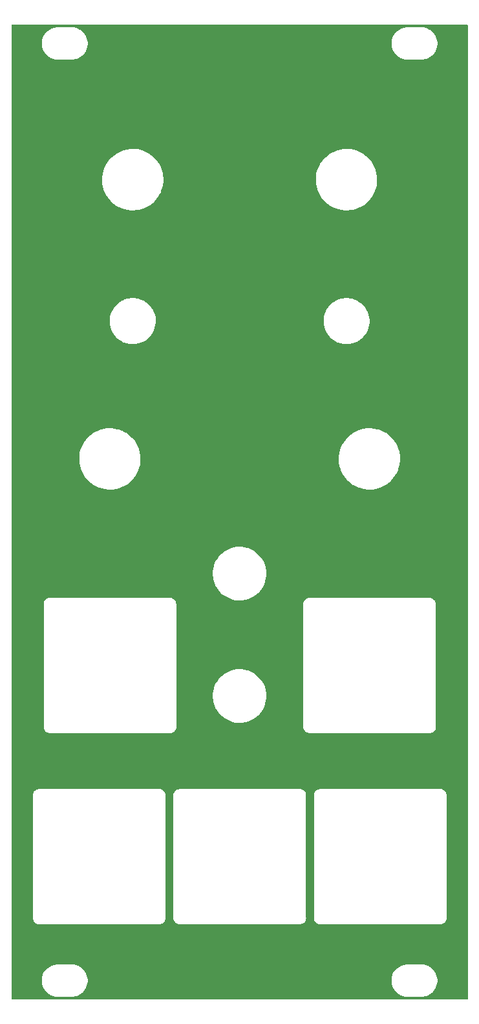
<source format=gbr>
%TF.GenerationSoftware,KiCad,Pcbnew,(6.0.11)*%
%TF.CreationDate,2023-01-29T15:03:23+00:00*%
%TF.ProjectId,Quadraphone_Panel,51756164-7261-4706-986f-6e655f50616e,rev?*%
%TF.SameCoordinates,Original*%
%TF.FileFunction,Copper,L2,Bot*%
%TF.FilePolarity,Positive*%
%FSLAX46Y46*%
G04 Gerber Fmt 4.6, Leading zero omitted, Abs format (unit mm)*
G04 Created by KiCad (PCBNEW (6.0.11)) date 2023-01-29 15:03:23*
%MOMM*%
%LPD*%
G01*
G04 APERTURE LIST*
G04 APERTURE END LIST*
%TA.AperFunction,NonConductor*%
G36*
X109833621Y-37228502D02*
G01*
X109880114Y-37282158D01*
X109891500Y-37334500D01*
X109891500Y-164565500D01*
X109871498Y-164633621D01*
X109817842Y-164680114D01*
X109765500Y-164691500D01*
X50234500Y-164691500D01*
X50166379Y-164671498D01*
X50119886Y-164617842D01*
X50108500Y-164565500D01*
X50108500Y-162332703D01*
X54090743Y-162332703D01*
X54128268Y-162617734D01*
X54204129Y-162895036D01*
X54316923Y-163159476D01*
X54464561Y-163406161D01*
X54644313Y-163630528D01*
X54852851Y-163828423D01*
X55086317Y-163996186D01*
X55090112Y-163998195D01*
X55090113Y-163998196D01*
X55111869Y-164009715D01*
X55340392Y-164130712D01*
X55610373Y-164229511D01*
X55891264Y-164290755D01*
X55919841Y-164293004D01*
X56114282Y-164308307D01*
X56114291Y-164308307D01*
X56116739Y-164308500D01*
X58072271Y-164308500D01*
X58074407Y-164308354D01*
X58074418Y-164308354D01*
X58282548Y-164294165D01*
X58282554Y-164294164D01*
X58286825Y-164293873D01*
X58291020Y-164293004D01*
X58291022Y-164293004D01*
X58427583Y-164264724D01*
X58568342Y-164235574D01*
X58839343Y-164139607D01*
X59094812Y-164007750D01*
X59098313Y-164005289D01*
X59098317Y-164005287D01*
X59212417Y-163925096D01*
X59330023Y-163842441D01*
X59540622Y-163646740D01*
X59722713Y-163424268D01*
X59872927Y-163179142D01*
X59988483Y-162915898D01*
X60067244Y-162639406D01*
X60107751Y-162354784D01*
X60107845Y-162336951D01*
X60107867Y-162332703D01*
X99890743Y-162332703D01*
X99928268Y-162617734D01*
X100004129Y-162895036D01*
X100116923Y-163159476D01*
X100264561Y-163406161D01*
X100444313Y-163630528D01*
X100652851Y-163828423D01*
X100886317Y-163996186D01*
X100890112Y-163998195D01*
X100890113Y-163998196D01*
X100911869Y-164009715D01*
X101140392Y-164130712D01*
X101410373Y-164229511D01*
X101691264Y-164290755D01*
X101719841Y-164293004D01*
X101914282Y-164308307D01*
X101914291Y-164308307D01*
X101916739Y-164308500D01*
X103872271Y-164308500D01*
X103874407Y-164308354D01*
X103874418Y-164308354D01*
X104082548Y-164294165D01*
X104082554Y-164294164D01*
X104086825Y-164293873D01*
X104091020Y-164293004D01*
X104091022Y-164293004D01*
X104227583Y-164264724D01*
X104368342Y-164235574D01*
X104639343Y-164139607D01*
X104894812Y-164007750D01*
X104898313Y-164005289D01*
X104898317Y-164005287D01*
X105012417Y-163925096D01*
X105130023Y-163842441D01*
X105340622Y-163646740D01*
X105522713Y-163424268D01*
X105672927Y-163179142D01*
X105788483Y-162915898D01*
X105867244Y-162639406D01*
X105907751Y-162354784D01*
X105907845Y-162336951D01*
X105909235Y-162071583D01*
X105909235Y-162071576D01*
X105909257Y-162067297D01*
X105871732Y-161782266D01*
X105795871Y-161504964D01*
X105683077Y-161240524D01*
X105535439Y-160993839D01*
X105355687Y-160769472D01*
X105147149Y-160571577D01*
X104913683Y-160403814D01*
X104891843Y-160392250D01*
X104868654Y-160379972D01*
X104659608Y-160269288D01*
X104389627Y-160170489D01*
X104108736Y-160109245D01*
X104077685Y-160106801D01*
X103885718Y-160091693D01*
X103885709Y-160091693D01*
X103883261Y-160091500D01*
X101927729Y-160091500D01*
X101925593Y-160091646D01*
X101925582Y-160091646D01*
X101717452Y-160105835D01*
X101717446Y-160105836D01*
X101713175Y-160106127D01*
X101708980Y-160106996D01*
X101708978Y-160106996D01*
X101572416Y-160135277D01*
X101431658Y-160164426D01*
X101160657Y-160260393D01*
X100905188Y-160392250D01*
X100901687Y-160394711D01*
X100901683Y-160394713D01*
X100891594Y-160401804D01*
X100669977Y-160557559D01*
X100459378Y-160753260D01*
X100277287Y-160975732D01*
X100127073Y-161220858D01*
X100011517Y-161484102D01*
X99932756Y-161760594D01*
X99892249Y-162045216D01*
X99892227Y-162049505D01*
X99892226Y-162049512D01*
X99890765Y-162328417D01*
X99890743Y-162332703D01*
X60107867Y-162332703D01*
X60109235Y-162071583D01*
X60109235Y-162071576D01*
X60109257Y-162067297D01*
X60071732Y-161782266D01*
X59995871Y-161504964D01*
X59883077Y-161240524D01*
X59735439Y-160993839D01*
X59555687Y-160769472D01*
X59347149Y-160571577D01*
X59113683Y-160403814D01*
X59091843Y-160392250D01*
X59068654Y-160379972D01*
X58859608Y-160269288D01*
X58589627Y-160170489D01*
X58308736Y-160109245D01*
X58277685Y-160106801D01*
X58085718Y-160091693D01*
X58085709Y-160091693D01*
X58083261Y-160091500D01*
X56127729Y-160091500D01*
X56125593Y-160091646D01*
X56125582Y-160091646D01*
X55917452Y-160105835D01*
X55917446Y-160105836D01*
X55913175Y-160106127D01*
X55908980Y-160106996D01*
X55908978Y-160106996D01*
X55772416Y-160135277D01*
X55631658Y-160164426D01*
X55360657Y-160260393D01*
X55105188Y-160392250D01*
X55101687Y-160394711D01*
X55101683Y-160394713D01*
X55091594Y-160401804D01*
X54869977Y-160557559D01*
X54659378Y-160753260D01*
X54477287Y-160975732D01*
X54327073Y-161220858D01*
X54211517Y-161484102D01*
X54132756Y-161760594D01*
X54092249Y-162045216D01*
X54092227Y-162049505D01*
X54092226Y-162049512D01*
X54090765Y-162328417D01*
X54090743Y-162332703D01*
X50108500Y-162332703D01*
X50108500Y-137981148D01*
X52926272Y-137981148D01*
X52926454Y-137993699D01*
X52927271Y-137998489D01*
X52929707Y-138012775D01*
X52931500Y-138033956D01*
X52931500Y-153957127D01*
X52929066Y-153981772D01*
X52927037Y-153991946D01*
X52926505Y-154004488D01*
X52927049Y-154009320D01*
X52929618Y-154032156D01*
X52930122Y-154037754D01*
X52938438Y-154160885D01*
X52940036Y-154166826D01*
X52940036Y-154166828D01*
X52943252Y-154178785D01*
X52979136Y-154312219D01*
X53048426Y-154452781D01*
X53052165Y-154457666D01*
X53139932Y-154572339D01*
X53139935Y-154572343D01*
X53143673Y-154577226D01*
X53148290Y-154581294D01*
X53148291Y-154581295D01*
X53181698Y-154610728D01*
X53261256Y-154680824D01*
X53396707Y-154759638D01*
X53544877Y-154810672D01*
X53550981Y-154811510D01*
X53648843Y-154824945D01*
X53657409Y-154826424D01*
X53675181Y-154830127D01*
X53687543Y-154832703D01*
X53692399Y-154832951D01*
X53692400Y-154832951D01*
X53692713Y-154832967D01*
X53700080Y-154833343D01*
X53740231Y-154829174D01*
X53753245Y-154828500D01*
X69407878Y-154828500D01*
X69427477Y-154830723D01*
X69427566Y-154830127D01*
X69432392Y-154830849D01*
X69437127Y-154831937D01*
X69441975Y-154832284D01*
X69441978Y-154832284D01*
X69444787Y-154832485D01*
X69444793Y-154832485D01*
X69449648Y-154832832D01*
X69454495Y-154832428D01*
X69454507Y-154832428D01*
X69468354Y-154831274D01*
X69473222Y-154830963D01*
X69609517Y-154824908D01*
X69609520Y-154824908D01*
X69616039Y-154824618D01*
X69777311Y-154783194D01*
X69831311Y-154756544D01*
X69920769Y-154712395D01*
X69920772Y-154712393D01*
X69926624Y-154709505D01*
X69959219Y-154683921D01*
X69977587Y-154669504D01*
X70057602Y-154606698D01*
X70164651Y-154479163D01*
X70243200Y-154332348D01*
X70289893Y-154172522D01*
X70299088Y-154053672D01*
X70299949Y-154045786D01*
X70303728Y-154019042D01*
X70303551Y-154006490D01*
X70300285Y-153987295D01*
X70298500Y-153966160D01*
X70298500Y-138026104D01*
X70299808Y-138007999D01*
X70303027Y-137985829D01*
X70303707Y-137981148D01*
X71326272Y-137981148D01*
X71326454Y-137993699D01*
X71327271Y-137998489D01*
X71329707Y-138012775D01*
X71331500Y-138033956D01*
X71331500Y-153957127D01*
X71329066Y-153981772D01*
X71327037Y-153991946D01*
X71326505Y-154004488D01*
X71327049Y-154009320D01*
X71329618Y-154032156D01*
X71330122Y-154037754D01*
X71338438Y-154160885D01*
X71340036Y-154166826D01*
X71340036Y-154166828D01*
X71343252Y-154178785D01*
X71379136Y-154312219D01*
X71448426Y-154452781D01*
X71452165Y-154457666D01*
X71539932Y-154572339D01*
X71539935Y-154572343D01*
X71543673Y-154577226D01*
X71548290Y-154581294D01*
X71548291Y-154581295D01*
X71581698Y-154610728D01*
X71661256Y-154680824D01*
X71796707Y-154759638D01*
X71944877Y-154810672D01*
X71950981Y-154811510D01*
X72048843Y-154824945D01*
X72057409Y-154826424D01*
X72075181Y-154830127D01*
X72087543Y-154832703D01*
X72092399Y-154832951D01*
X72092400Y-154832951D01*
X72092713Y-154832967D01*
X72100080Y-154833343D01*
X72140231Y-154829174D01*
X72153245Y-154828500D01*
X87807878Y-154828500D01*
X87827477Y-154830723D01*
X87827566Y-154830127D01*
X87832392Y-154830849D01*
X87837127Y-154831937D01*
X87841975Y-154832284D01*
X87841978Y-154832284D01*
X87844787Y-154832485D01*
X87844793Y-154832485D01*
X87849648Y-154832832D01*
X87854495Y-154832428D01*
X87854507Y-154832428D01*
X87868354Y-154831274D01*
X87873222Y-154830963D01*
X88009517Y-154824908D01*
X88009520Y-154824908D01*
X88016039Y-154824618D01*
X88177311Y-154783194D01*
X88231311Y-154756544D01*
X88320769Y-154712395D01*
X88320772Y-154712393D01*
X88326624Y-154709505D01*
X88359219Y-154683921D01*
X88377587Y-154669504D01*
X88457602Y-154606698D01*
X88564651Y-154479163D01*
X88643200Y-154332348D01*
X88689893Y-154172522D01*
X88699088Y-154053672D01*
X88699949Y-154045786D01*
X88703728Y-154019042D01*
X88703551Y-154006490D01*
X88700285Y-153987295D01*
X88698500Y-153966160D01*
X88698500Y-138026104D01*
X88699808Y-138007999D01*
X88703027Y-137985829D01*
X88703707Y-137981148D01*
X89726272Y-137981148D01*
X89726454Y-137993699D01*
X89727271Y-137998489D01*
X89729707Y-138012775D01*
X89731500Y-138033956D01*
X89731500Y-153957127D01*
X89729066Y-153981772D01*
X89727037Y-153991946D01*
X89726505Y-154004488D01*
X89727049Y-154009320D01*
X89729618Y-154032156D01*
X89730122Y-154037754D01*
X89738438Y-154160885D01*
X89740036Y-154166826D01*
X89740036Y-154166828D01*
X89743252Y-154178785D01*
X89779136Y-154312219D01*
X89848426Y-154452781D01*
X89852165Y-154457666D01*
X89939932Y-154572339D01*
X89939935Y-154572343D01*
X89943673Y-154577226D01*
X89948290Y-154581294D01*
X89948291Y-154581295D01*
X89981698Y-154610728D01*
X90061256Y-154680824D01*
X90196707Y-154759638D01*
X90344877Y-154810672D01*
X90350981Y-154811510D01*
X90448843Y-154824945D01*
X90457409Y-154826424D01*
X90475181Y-154830127D01*
X90487543Y-154832703D01*
X90492399Y-154832951D01*
X90492400Y-154832951D01*
X90492713Y-154832967D01*
X90500080Y-154833343D01*
X90540231Y-154829174D01*
X90553245Y-154828500D01*
X106207878Y-154828500D01*
X106227477Y-154830723D01*
X106227566Y-154830127D01*
X106232392Y-154830849D01*
X106237127Y-154831937D01*
X106241975Y-154832284D01*
X106241978Y-154832284D01*
X106244787Y-154832485D01*
X106244793Y-154832485D01*
X106249648Y-154832832D01*
X106254495Y-154832428D01*
X106254507Y-154832428D01*
X106268354Y-154831274D01*
X106273222Y-154830963D01*
X106409517Y-154824908D01*
X106409520Y-154824908D01*
X106416039Y-154824618D01*
X106577311Y-154783194D01*
X106631311Y-154756544D01*
X106720769Y-154712395D01*
X106720772Y-154712393D01*
X106726624Y-154709505D01*
X106759219Y-154683921D01*
X106777587Y-154669504D01*
X106857602Y-154606698D01*
X106964651Y-154479163D01*
X107043200Y-154332348D01*
X107089893Y-154172522D01*
X107099088Y-154053672D01*
X107099949Y-154045786D01*
X107103728Y-154019042D01*
X107103551Y-154006490D01*
X107100285Y-153987295D01*
X107098500Y-153966160D01*
X107098500Y-138026104D01*
X107099808Y-138007999D01*
X107103027Y-137985829D01*
X107103728Y-137981001D01*
X107103599Y-137968449D01*
X107099523Y-137943930D01*
X107098725Y-137938359D01*
X107084022Y-137816325D01*
X107084021Y-137816321D01*
X107083287Y-137810228D01*
X107060266Y-137739518D01*
X107035845Y-137664509D01*
X107035844Y-137664506D01*
X107033942Y-137658665D01*
X107030944Y-137653300D01*
X106959184Y-137524885D01*
X106959181Y-137524880D01*
X106956187Y-137519523D01*
X106852963Y-137398069D01*
X106728178Y-137298898D01*
X106722724Y-137296081D01*
X106722720Y-137296079D01*
X106592006Y-137228579D01*
X106592007Y-137228579D01*
X106586553Y-137225763D01*
X106433448Y-137181432D01*
X106325051Y-137171979D01*
X106316391Y-137170920D01*
X106287197Y-137166321D01*
X106282335Y-137166312D01*
X106282329Y-137166312D01*
X106280927Y-137166310D01*
X106274644Y-137166299D01*
X106269837Y-137167039D01*
X106269832Y-137167039D01*
X106250370Y-137170034D01*
X106231208Y-137171500D01*
X90559800Y-137171500D01*
X90544183Y-137170528D01*
X90515595Y-137166957D01*
X90515592Y-137166957D01*
X90510766Y-137166354D01*
X90498219Y-137166733D01*
X90483280Y-137169524D01*
X90472494Y-137171538D01*
X90466891Y-137172454D01*
X90442243Y-137175917D01*
X90343586Y-137189780D01*
X90337798Y-137191788D01*
X90337795Y-137191789D01*
X90269798Y-137215383D01*
X90196010Y-137240986D01*
X90061104Y-137319734D01*
X89943949Y-137423058D01*
X89940228Y-137427916D01*
X89940225Y-137427919D01*
X89852688Y-137542196D01*
X89852685Y-137542201D01*
X89848959Y-137547065D01*
X89779711Y-137687085D01*
X89738813Y-137837844D01*
X89731627Y-137939570D01*
X89729944Y-137939451D01*
X89730146Y-137941301D01*
X89731498Y-137941397D01*
X89731426Y-137942413D01*
X89730855Y-137947806D01*
X89730906Y-137948268D01*
X89730653Y-137950062D01*
X89730606Y-137950167D01*
X89730508Y-137951089D01*
X89726272Y-137981148D01*
X88703707Y-137981148D01*
X88703728Y-137981001D01*
X88703599Y-137968449D01*
X88699523Y-137943930D01*
X88698725Y-137938359D01*
X88684022Y-137816325D01*
X88684021Y-137816321D01*
X88683287Y-137810228D01*
X88660266Y-137739518D01*
X88635845Y-137664509D01*
X88635844Y-137664506D01*
X88633942Y-137658665D01*
X88630944Y-137653300D01*
X88559184Y-137524885D01*
X88559181Y-137524880D01*
X88556187Y-137519523D01*
X88452963Y-137398069D01*
X88328178Y-137298898D01*
X88322724Y-137296081D01*
X88322720Y-137296079D01*
X88192006Y-137228579D01*
X88192007Y-137228579D01*
X88186553Y-137225763D01*
X88033448Y-137181432D01*
X87925051Y-137171979D01*
X87916391Y-137170920D01*
X87887197Y-137166321D01*
X87882335Y-137166312D01*
X87882329Y-137166312D01*
X87880927Y-137166310D01*
X87874644Y-137166299D01*
X87869837Y-137167039D01*
X87869832Y-137167039D01*
X87850370Y-137170034D01*
X87831208Y-137171500D01*
X72159800Y-137171500D01*
X72144183Y-137170528D01*
X72115595Y-137166957D01*
X72115592Y-137166957D01*
X72110766Y-137166354D01*
X72098219Y-137166733D01*
X72083280Y-137169524D01*
X72072494Y-137171538D01*
X72066891Y-137172454D01*
X72042243Y-137175917D01*
X71943586Y-137189780D01*
X71937798Y-137191788D01*
X71937795Y-137191789D01*
X71869798Y-137215383D01*
X71796010Y-137240986D01*
X71661104Y-137319734D01*
X71543949Y-137423058D01*
X71540228Y-137427916D01*
X71540225Y-137427919D01*
X71452688Y-137542196D01*
X71452685Y-137542201D01*
X71448959Y-137547065D01*
X71379711Y-137687085D01*
X71338813Y-137837844D01*
X71331627Y-137939570D01*
X71329944Y-137939451D01*
X71330146Y-137941301D01*
X71331498Y-137941397D01*
X71331426Y-137942413D01*
X71330855Y-137947806D01*
X71330906Y-137948268D01*
X71330653Y-137950062D01*
X71330606Y-137950167D01*
X71330508Y-137951089D01*
X71326272Y-137981148D01*
X70303707Y-137981148D01*
X70303728Y-137981001D01*
X70303599Y-137968449D01*
X70299523Y-137943930D01*
X70298725Y-137938359D01*
X70284022Y-137816325D01*
X70284021Y-137816321D01*
X70283287Y-137810228D01*
X70260266Y-137739518D01*
X70235845Y-137664509D01*
X70235844Y-137664506D01*
X70233942Y-137658665D01*
X70230944Y-137653300D01*
X70159184Y-137524885D01*
X70159181Y-137524880D01*
X70156187Y-137519523D01*
X70052963Y-137398069D01*
X69928178Y-137298898D01*
X69922724Y-137296081D01*
X69922720Y-137296079D01*
X69792006Y-137228579D01*
X69792007Y-137228579D01*
X69786553Y-137225763D01*
X69633448Y-137181432D01*
X69525051Y-137171979D01*
X69516391Y-137170920D01*
X69487197Y-137166321D01*
X69482335Y-137166312D01*
X69482329Y-137166312D01*
X69480927Y-137166310D01*
X69474644Y-137166299D01*
X69469837Y-137167039D01*
X69469832Y-137167039D01*
X69450370Y-137170034D01*
X69431208Y-137171500D01*
X53759800Y-137171500D01*
X53744183Y-137170528D01*
X53715595Y-137166957D01*
X53715592Y-137166957D01*
X53710766Y-137166354D01*
X53698219Y-137166733D01*
X53683280Y-137169524D01*
X53672494Y-137171538D01*
X53666891Y-137172454D01*
X53642243Y-137175917D01*
X53543586Y-137189780D01*
X53537798Y-137191788D01*
X53537795Y-137191789D01*
X53469798Y-137215383D01*
X53396010Y-137240986D01*
X53261104Y-137319734D01*
X53143949Y-137423058D01*
X53140228Y-137427916D01*
X53140225Y-137427919D01*
X53052688Y-137542196D01*
X53052685Y-137542201D01*
X53048959Y-137547065D01*
X52979711Y-137687085D01*
X52938813Y-137837844D01*
X52931627Y-137939570D01*
X52929944Y-137939451D01*
X52930146Y-137941301D01*
X52931498Y-137941397D01*
X52931426Y-137942413D01*
X52930855Y-137947806D01*
X52930906Y-137948268D01*
X52930653Y-137950062D01*
X52930606Y-137950167D01*
X52930508Y-137951089D01*
X52926272Y-137981148D01*
X50108500Y-137981148D01*
X50108500Y-112981148D01*
X54326272Y-112981148D01*
X54326454Y-112993699D01*
X54327271Y-112998489D01*
X54329707Y-113012775D01*
X54331500Y-113033956D01*
X54331500Y-128957127D01*
X54329066Y-128981772D01*
X54327037Y-128991946D01*
X54326505Y-129004488D01*
X54327049Y-129009320D01*
X54329618Y-129032156D01*
X54330122Y-129037754D01*
X54338438Y-129160885D01*
X54340036Y-129166826D01*
X54340036Y-129166828D01*
X54343252Y-129178785D01*
X54379136Y-129312219D01*
X54448426Y-129452781D01*
X54452165Y-129457666D01*
X54539932Y-129572339D01*
X54539935Y-129572343D01*
X54543673Y-129577226D01*
X54548290Y-129581294D01*
X54548291Y-129581295D01*
X54581698Y-129610728D01*
X54661256Y-129680824D01*
X54796707Y-129759638D01*
X54944877Y-129810672D01*
X54950981Y-129811510D01*
X55048843Y-129824945D01*
X55057409Y-129826424D01*
X55075181Y-129830127D01*
X55087543Y-129832703D01*
X55092399Y-129832951D01*
X55092400Y-129832951D01*
X55092713Y-129832967D01*
X55100080Y-129833343D01*
X55140231Y-129829174D01*
X55153245Y-129828500D01*
X70807878Y-129828500D01*
X70827477Y-129830723D01*
X70827566Y-129830127D01*
X70832392Y-129830849D01*
X70837127Y-129831937D01*
X70841975Y-129832284D01*
X70841978Y-129832284D01*
X70844787Y-129832485D01*
X70844793Y-129832485D01*
X70849648Y-129832832D01*
X70854495Y-129832428D01*
X70854507Y-129832428D01*
X70868354Y-129831274D01*
X70873222Y-129830963D01*
X71009517Y-129824908D01*
X71009520Y-129824908D01*
X71016039Y-129824618D01*
X71177311Y-129783194D01*
X71231311Y-129756544D01*
X71320769Y-129712395D01*
X71320772Y-129712393D01*
X71326624Y-129709505D01*
X71359219Y-129683921D01*
X71377587Y-129669504D01*
X71457602Y-129606698D01*
X71564651Y-129479163D01*
X71643200Y-129332348D01*
X71689893Y-129172522D01*
X71699088Y-129053672D01*
X71699949Y-129045786D01*
X71703728Y-129019042D01*
X71703551Y-129006490D01*
X71700285Y-128987295D01*
X71698500Y-128966160D01*
X71698500Y-125091972D01*
X76487724Y-125091972D01*
X76487990Y-125095313D01*
X76487990Y-125095318D01*
X76502829Y-125281777D01*
X76517384Y-125464680D01*
X76518004Y-125467975D01*
X76518004Y-125467978D01*
X76553286Y-125655596D01*
X76586482Y-125832126D01*
X76694234Y-126190149D01*
X76839422Y-126534694D01*
X77020400Y-126861861D01*
X77022321Y-126864599D01*
X77022327Y-126864609D01*
X77233197Y-127165202D01*
X77235120Y-127167943D01*
X77481149Y-127449476D01*
X77755702Y-127703270D01*
X78055670Y-127926452D01*
X78058557Y-127928156D01*
X78374764Y-128114789D01*
X78374769Y-128114792D01*
X78377655Y-128116495D01*
X78718013Y-128271246D01*
X78899521Y-128331450D01*
X79069696Y-128387895D01*
X79069703Y-128387897D01*
X79072887Y-128388953D01*
X79076172Y-128389666D01*
X79076171Y-128389666D01*
X79434981Y-128467572D01*
X79434984Y-128467572D01*
X79438261Y-128468284D01*
X79633587Y-128489331D01*
X79807477Y-128508068D01*
X79807485Y-128508069D01*
X79809995Y-128508339D01*
X79812515Y-128508407D01*
X79812527Y-128508408D01*
X79814515Y-128508461D01*
X79815945Y-128508500D01*
X80093461Y-128508500D01*
X80095127Y-128508411D01*
X80095136Y-128508411D01*
X80370022Y-128493764D01*
X80370028Y-128493763D01*
X80373357Y-128493586D01*
X80376649Y-128493056D01*
X80376656Y-128493055D01*
X80739170Y-128434665D01*
X80739171Y-128434665D01*
X80742485Y-128434131D01*
X80745725Y-128433248D01*
X80745728Y-128433247D01*
X81099960Y-128336672D01*
X81099961Y-128336672D01*
X81103206Y-128335787D01*
X81451434Y-128199669D01*
X81783226Y-128027317D01*
X82094824Y-127820683D01*
X82382700Y-127582108D01*
X82643595Y-127314292D01*
X82756574Y-127170464D01*
X82872481Y-127022907D01*
X82872482Y-127022905D01*
X82874553Y-127020269D01*
X83072959Y-126703369D01*
X83236566Y-126367179D01*
X83363523Y-126015507D01*
X83452390Y-125652336D01*
X83502163Y-125281777D01*
X83512276Y-124908028D01*
X83512010Y-124904682D01*
X83482883Y-124538669D01*
X83482882Y-124538660D01*
X83482616Y-124535320D01*
X83447952Y-124350984D01*
X83414136Y-124171158D01*
X83414134Y-124171150D01*
X83413518Y-124167874D01*
X83305766Y-123809851D01*
X83160578Y-123465306D01*
X82979600Y-123138139D01*
X82977679Y-123135401D01*
X82977673Y-123135391D01*
X82766803Y-122834798D01*
X82766802Y-122834796D01*
X82764880Y-122832057D01*
X82518851Y-122550524D01*
X82244298Y-122296730D01*
X81944330Y-122073548D01*
X81770823Y-121971140D01*
X81625236Y-121885211D01*
X81625231Y-121885208D01*
X81622345Y-121883505D01*
X81281987Y-121728754D01*
X81084735Y-121663328D01*
X80930304Y-121612105D01*
X80930297Y-121612103D01*
X80927113Y-121611047D01*
X80716578Y-121565335D01*
X80565019Y-121532428D01*
X80565016Y-121532428D01*
X80561739Y-121531716D01*
X80325270Y-121506236D01*
X80192523Y-121491932D01*
X80192515Y-121491931D01*
X80190005Y-121491661D01*
X80187485Y-121491593D01*
X80187473Y-121491592D01*
X80185485Y-121491539D01*
X80184055Y-121491500D01*
X79906539Y-121491500D01*
X79904873Y-121491589D01*
X79904864Y-121491589D01*
X79629978Y-121506236D01*
X79629972Y-121506237D01*
X79626643Y-121506414D01*
X79623351Y-121506944D01*
X79623344Y-121506945D01*
X79260830Y-121565335D01*
X79257515Y-121565869D01*
X79254275Y-121566752D01*
X79254272Y-121566753D01*
X78900040Y-121663328D01*
X78896794Y-121664213D01*
X78548566Y-121800331D01*
X78216774Y-121972683D01*
X77905176Y-122179317D01*
X77617300Y-122417892D01*
X77356405Y-122685708D01*
X77354338Y-122688340D01*
X77354334Y-122688344D01*
X77241446Y-122832057D01*
X77125447Y-122979731D01*
X76927041Y-123296631D01*
X76763434Y-123632821D01*
X76636477Y-123984493D01*
X76547610Y-124347664D01*
X76497837Y-124718223D01*
X76487724Y-125091972D01*
X71698500Y-125091972D01*
X71698500Y-113026104D01*
X71699808Y-113007999D01*
X71703027Y-112985829D01*
X71703707Y-112981148D01*
X88326272Y-112981148D01*
X88326454Y-112993699D01*
X88327271Y-112998489D01*
X88329707Y-113012775D01*
X88331500Y-113033956D01*
X88331500Y-128957127D01*
X88329066Y-128981772D01*
X88327037Y-128991946D01*
X88326505Y-129004488D01*
X88327049Y-129009320D01*
X88329618Y-129032156D01*
X88330122Y-129037754D01*
X88338438Y-129160885D01*
X88340036Y-129166826D01*
X88340036Y-129166828D01*
X88343252Y-129178785D01*
X88379136Y-129312219D01*
X88448426Y-129452781D01*
X88452165Y-129457666D01*
X88539932Y-129572339D01*
X88539935Y-129572343D01*
X88543673Y-129577226D01*
X88548290Y-129581294D01*
X88548291Y-129581295D01*
X88581698Y-129610728D01*
X88661256Y-129680824D01*
X88796707Y-129759638D01*
X88944877Y-129810672D01*
X88950981Y-129811510D01*
X89048843Y-129824945D01*
X89057409Y-129826424D01*
X89075181Y-129830127D01*
X89087543Y-129832703D01*
X89092399Y-129832951D01*
X89092400Y-129832951D01*
X89092713Y-129832967D01*
X89100080Y-129833343D01*
X89140231Y-129829174D01*
X89153245Y-129828500D01*
X104807878Y-129828500D01*
X104827477Y-129830723D01*
X104827566Y-129830127D01*
X104832392Y-129830849D01*
X104837127Y-129831937D01*
X104841975Y-129832284D01*
X104841978Y-129832284D01*
X104844787Y-129832485D01*
X104844793Y-129832485D01*
X104849648Y-129832832D01*
X104854495Y-129832428D01*
X104854507Y-129832428D01*
X104868354Y-129831274D01*
X104873222Y-129830963D01*
X105009517Y-129824908D01*
X105009520Y-129824908D01*
X105016039Y-129824618D01*
X105177311Y-129783194D01*
X105231311Y-129756544D01*
X105320769Y-129712395D01*
X105320772Y-129712393D01*
X105326624Y-129709505D01*
X105359219Y-129683921D01*
X105377587Y-129669504D01*
X105457602Y-129606698D01*
X105564651Y-129479163D01*
X105643200Y-129332348D01*
X105689893Y-129172522D01*
X105699088Y-129053672D01*
X105699949Y-129045786D01*
X105703728Y-129019042D01*
X105703551Y-129006490D01*
X105700285Y-128987295D01*
X105698500Y-128966160D01*
X105698500Y-113026104D01*
X105699808Y-113007999D01*
X105703027Y-112985829D01*
X105703728Y-112981001D01*
X105703599Y-112968449D01*
X105699523Y-112943930D01*
X105698725Y-112938359D01*
X105684022Y-112816325D01*
X105684021Y-112816321D01*
X105683287Y-112810228D01*
X105660266Y-112739518D01*
X105635845Y-112664509D01*
X105635844Y-112664506D01*
X105633942Y-112658665D01*
X105630944Y-112653300D01*
X105559184Y-112524885D01*
X105559181Y-112524880D01*
X105556187Y-112519523D01*
X105546799Y-112508476D01*
X105456944Y-112402753D01*
X105452963Y-112398069D01*
X105440161Y-112387895D01*
X105332990Y-112302722D01*
X105332988Y-112302721D01*
X105328178Y-112298898D01*
X105322724Y-112296081D01*
X105322720Y-112296079D01*
X105192006Y-112228579D01*
X105192007Y-112228579D01*
X105186553Y-112225763D01*
X105033448Y-112181432D01*
X104925051Y-112171979D01*
X104916391Y-112170920D01*
X104887197Y-112166321D01*
X104882335Y-112166312D01*
X104882329Y-112166312D01*
X104880927Y-112166310D01*
X104874644Y-112166299D01*
X104869837Y-112167039D01*
X104869832Y-112167039D01*
X104850370Y-112170034D01*
X104831208Y-112171500D01*
X89159800Y-112171500D01*
X89144183Y-112170528D01*
X89115595Y-112166957D01*
X89115592Y-112166957D01*
X89110766Y-112166354D01*
X89098219Y-112166733D01*
X89083280Y-112169524D01*
X89072494Y-112171538D01*
X89066891Y-112172454D01*
X89042243Y-112175917D01*
X88943586Y-112189780D01*
X88937798Y-112191788D01*
X88937795Y-112191789D01*
X88911558Y-112200893D01*
X88796010Y-112240986D01*
X88790719Y-112244075D01*
X88790718Y-112244075D01*
X88744171Y-112271246D01*
X88661104Y-112319734D01*
X88543949Y-112423058D01*
X88540228Y-112427916D01*
X88540225Y-112427919D01*
X88452688Y-112542196D01*
X88452685Y-112542201D01*
X88448959Y-112547065D01*
X88379711Y-112687085D01*
X88338813Y-112837844D01*
X88331627Y-112939570D01*
X88329944Y-112939451D01*
X88330146Y-112941301D01*
X88331498Y-112941397D01*
X88331426Y-112942413D01*
X88330855Y-112947806D01*
X88330906Y-112948268D01*
X88330653Y-112950062D01*
X88330606Y-112950167D01*
X88330508Y-112951089D01*
X88326272Y-112981148D01*
X71703707Y-112981148D01*
X71703728Y-112981001D01*
X71703599Y-112968449D01*
X71699523Y-112943930D01*
X71698725Y-112938359D01*
X71684022Y-112816325D01*
X71684021Y-112816321D01*
X71683287Y-112810228D01*
X71660266Y-112739518D01*
X71635845Y-112664509D01*
X71635844Y-112664506D01*
X71633942Y-112658665D01*
X71630944Y-112653300D01*
X71559184Y-112524885D01*
X71559181Y-112524880D01*
X71556187Y-112519523D01*
X71546799Y-112508476D01*
X71456944Y-112402753D01*
X71452963Y-112398069D01*
X71440161Y-112387895D01*
X71332990Y-112302722D01*
X71332988Y-112302721D01*
X71328178Y-112298898D01*
X71322724Y-112296081D01*
X71322720Y-112296079D01*
X71192006Y-112228579D01*
X71192007Y-112228579D01*
X71186553Y-112225763D01*
X71033448Y-112181432D01*
X70925051Y-112171979D01*
X70916391Y-112170920D01*
X70887197Y-112166321D01*
X70882335Y-112166312D01*
X70882329Y-112166312D01*
X70880927Y-112166310D01*
X70874644Y-112166299D01*
X70869837Y-112167039D01*
X70869832Y-112167039D01*
X70850370Y-112170034D01*
X70831208Y-112171500D01*
X55159800Y-112171500D01*
X55144183Y-112170528D01*
X55115595Y-112166957D01*
X55115592Y-112166957D01*
X55110766Y-112166354D01*
X55098219Y-112166733D01*
X55083280Y-112169524D01*
X55072494Y-112171538D01*
X55066891Y-112172454D01*
X55042243Y-112175917D01*
X54943586Y-112189780D01*
X54937798Y-112191788D01*
X54937795Y-112191789D01*
X54911558Y-112200893D01*
X54796010Y-112240986D01*
X54790719Y-112244075D01*
X54790718Y-112244075D01*
X54744171Y-112271246D01*
X54661104Y-112319734D01*
X54543949Y-112423058D01*
X54540228Y-112427916D01*
X54540225Y-112427919D01*
X54452688Y-112542196D01*
X54452685Y-112542201D01*
X54448959Y-112547065D01*
X54379711Y-112687085D01*
X54338813Y-112837844D01*
X54331627Y-112939570D01*
X54329944Y-112939451D01*
X54330146Y-112941301D01*
X54331498Y-112941397D01*
X54331426Y-112942413D01*
X54330855Y-112947806D01*
X54330906Y-112948268D01*
X54330653Y-112950062D01*
X54330606Y-112950167D01*
X54330508Y-112951089D01*
X54326272Y-112981148D01*
X50108500Y-112981148D01*
X50108500Y-109091972D01*
X76487724Y-109091972D01*
X76487990Y-109095313D01*
X76487990Y-109095318D01*
X76502829Y-109281777D01*
X76517384Y-109464680D01*
X76518004Y-109467975D01*
X76518004Y-109467978D01*
X76553286Y-109655596D01*
X76586482Y-109832126D01*
X76694234Y-110190149D01*
X76839422Y-110534694D01*
X77020400Y-110861861D01*
X77022321Y-110864599D01*
X77022327Y-110864609D01*
X77233197Y-111165202D01*
X77235120Y-111167943D01*
X77481149Y-111449476D01*
X77755702Y-111703270D01*
X78055670Y-111926452D01*
X78058557Y-111928156D01*
X78374764Y-112114789D01*
X78374769Y-112114792D01*
X78377655Y-112116495D01*
X78718013Y-112271246D01*
X78899521Y-112331450D01*
X79069696Y-112387895D01*
X79069703Y-112387897D01*
X79072887Y-112388953D01*
X79133705Y-112402158D01*
X79434981Y-112467572D01*
X79434984Y-112467572D01*
X79438261Y-112468284D01*
X79633587Y-112489331D01*
X79807477Y-112508068D01*
X79807485Y-112508069D01*
X79809995Y-112508339D01*
X79812515Y-112508407D01*
X79812527Y-112508408D01*
X79814515Y-112508461D01*
X79815945Y-112508500D01*
X80093461Y-112508500D01*
X80095127Y-112508411D01*
X80095136Y-112508411D01*
X80370022Y-112493764D01*
X80370028Y-112493763D01*
X80373357Y-112493586D01*
X80376649Y-112493056D01*
X80376656Y-112493055D01*
X80739170Y-112434665D01*
X80739171Y-112434665D01*
X80742485Y-112434131D01*
X80745725Y-112433248D01*
X80745728Y-112433247D01*
X81099960Y-112336672D01*
X81099961Y-112336672D01*
X81103206Y-112335787D01*
X81451434Y-112199669D01*
X81503825Y-112172454D01*
X81780256Y-112028860D01*
X81780259Y-112028858D01*
X81783226Y-112027317D01*
X82094824Y-111820683D01*
X82382700Y-111582108D01*
X82643595Y-111314292D01*
X82756574Y-111170464D01*
X82872481Y-111022907D01*
X82872482Y-111022905D01*
X82874553Y-111020269D01*
X83072959Y-110703369D01*
X83236566Y-110367179D01*
X83363523Y-110015507D01*
X83452390Y-109652336D01*
X83502163Y-109281777D01*
X83512276Y-108908028D01*
X83512010Y-108904682D01*
X83482883Y-108538669D01*
X83482882Y-108538660D01*
X83482616Y-108535320D01*
X83447952Y-108350984D01*
X83414136Y-108171158D01*
X83414134Y-108171150D01*
X83413518Y-108167874D01*
X83305766Y-107809851D01*
X83160578Y-107465306D01*
X82979600Y-107138139D01*
X82977679Y-107135401D01*
X82977673Y-107135391D01*
X82766803Y-106834798D01*
X82766802Y-106834796D01*
X82764880Y-106832057D01*
X82518851Y-106550524D01*
X82244298Y-106296730D01*
X81944330Y-106073548D01*
X81770823Y-105971140D01*
X81625236Y-105885211D01*
X81625231Y-105885208D01*
X81622345Y-105883505D01*
X81281987Y-105728754D01*
X81084735Y-105663328D01*
X80930304Y-105612105D01*
X80930297Y-105612103D01*
X80927113Y-105611047D01*
X80716578Y-105565335D01*
X80565019Y-105532428D01*
X80565016Y-105532428D01*
X80561739Y-105531716D01*
X80325270Y-105506236D01*
X80192523Y-105491932D01*
X80192515Y-105491931D01*
X80190005Y-105491661D01*
X80187485Y-105491593D01*
X80187473Y-105491592D01*
X80185485Y-105491539D01*
X80184055Y-105491500D01*
X79906539Y-105491500D01*
X79904873Y-105491589D01*
X79904864Y-105491589D01*
X79629978Y-105506236D01*
X79629972Y-105506237D01*
X79626643Y-105506414D01*
X79623351Y-105506944D01*
X79623344Y-105506945D01*
X79260830Y-105565335D01*
X79257515Y-105565869D01*
X79254275Y-105566752D01*
X79254272Y-105566753D01*
X78900040Y-105663328D01*
X78896794Y-105664213D01*
X78548566Y-105800331D01*
X78216774Y-105972683D01*
X77905176Y-106179317D01*
X77617300Y-106417892D01*
X77356405Y-106685708D01*
X77354338Y-106688340D01*
X77354334Y-106688344D01*
X77241446Y-106832057D01*
X77125447Y-106979731D01*
X76927041Y-107296631D01*
X76763434Y-107632821D01*
X76636477Y-107984493D01*
X76547610Y-108347664D01*
X76497837Y-108718223D01*
X76487724Y-109091972D01*
X50108500Y-109091972D01*
X50108500Y-94084052D01*
X58987391Y-94084052D01*
X58987612Y-94087171D01*
X58987612Y-94087178D01*
X59003735Y-94314895D01*
X59015579Y-94482168D01*
X59083169Y-94875515D01*
X59189491Y-95260205D01*
X59190614Y-95263107D01*
X59190617Y-95263117D01*
X59272390Y-95474487D01*
X59333495Y-95632433D01*
X59513757Y-95988518D01*
X59515436Y-95991148D01*
X59515442Y-95991159D01*
X59641363Y-96188434D01*
X59728494Y-96324939D01*
X59730423Y-96327386D01*
X59730428Y-96327393D01*
X59875769Y-96511756D01*
X59975582Y-96638368D01*
X59977757Y-96640624D01*
X59977762Y-96640630D01*
X60102283Y-96769800D01*
X60252578Y-96925708D01*
X60254971Y-96927741D01*
X60554348Y-97182081D01*
X60554357Y-97182088D01*
X60556743Y-97184115D01*
X60559323Y-97185898D01*
X60882497Y-97409258D01*
X60882506Y-97409263D01*
X60885069Y-97411035D01*
X60887804Y-97412548D01*
X60887809Y-97412551D01*
X61054018Y-97504492D01*
X61234309Y-97604224D01*
X61237178Y-97605457D01*
X61237189Y-97605462D01*
X61598142Y-97760539D01*
X61601010Y-97761771D01*
X61603987Y-97762712D01*
X61603991Y-97762714D01*
X61734707Y-97804054D01*
X61981545Y-97882118D01*
X62372152Y-97964076D01*
X62375269Y-97964412D01*
X62375270Y-97964412D01*
X62766516Y-98006570D01*
X62766519Y-98006570D01*
X62768967Y-98006834D01*
X62771430Y-98006905D01*
X62771431Y-98006905D01*
X62774681Y-98006999D01*
X62826803Y-98008500D01*
X63100217Y-98008500D01*
X63101780Y-98008422D01*
X63101788Y-98008422D01*
X63199009Y-98003582D01*
X63398619Y-97993645D01*
X63401704Y-97993181D01*
X63401706Y-97993181D01*
X63790203Y-97934773D01*
X63793296Y-97934308D01*
X63796332Y-97933537D01*
X64177085Y-97836838D01*
X64177088Y-97836837D01*
X64180128Y-97836065D01*
X64183076Y-97834995D01*
X64552352Y-97700955D01*
X64552362Y-97700951D01*
X64555290Y-97699888D01*
X64915071Y-97527123D01*
X65255915Y-97319479D01*
X65432862Y-97185898D01*
X65571957Y-97080892D01*
X65571960Y-97080890D01*
X65574451Y-97079009D01*
X65576733Y-97076899D01*
X65576742Y-97076892D01*
X65865231Y-96810214D01*
X65867528Y-96808091D01*
X66132249Y-96509405D01*
X66365995Y-96185903D01*
X66566455Y-95840785D01*
X66661188Y-95632433D01*
X66730349Y-95480321D01*
X66731648Y-95477464D01*
X66806420Y-95257194D01*
X66858931Y-95102499D01*
X66858932Y-95102496D01*
X66859938Y-95099532D01*
X66860642Y-95096494D01*
X66860645Y-95096484D01*
X66949353Y-94713770D01*
X66949353Y-94713768D01*
X66950058Y-94710728D01*
X67001117Y-94314895D01*
X67007767Y-94084052D01*
X92987391Y-94084052D01*
X92987612Y-94087171D01*
X92987612Y-94087178D01*
X93003735Y-94314895D01*
X93015579Y-94482168D01*
X93083169Y-94875515D01*
X93189491Y-95260205D01*
X93190614Y-95263107D01*
X93190617Y-95263117D01*
X93272390Y-95474487D01*
X93333495Y-95632433D01*
X93513757Y-95988518D01*
X93515436Y-95991148D01*
X93515442Y-95991159D01*
X93641363Y-96188434D01*
X93728494Y-96324939D01*
X93730423Y-96327386D01*
X93730428Y-96327393D01*
X93875769Y-96511756D01*
X93975582Y-96638368D01*
X93977757Y-96640624D01*
X93977762Y-96640630D01*
X94102283Y-96769800D01*
X94252578Y-96925708D01*
X94254971Y-96927741D01*
X94554348Y-97182081D01*
X94554357Y-97182088D01*
X94556743Y-97184115D01*
X94559323Y-97185898D01*
X94882497Y-97409258D01*
X94882506Y-97409263D01*
X94885069Y-97411035D01*
X94887804Y-97412548D01*
X94887809Y-97412551D01*
X95054018Y-97504492D01*
X95234309Y-97604224D01*
X95237178Y-97605457D01*
X95237189Y-97605462D01*
X95598142Y-97760539D01*
X95601010Y-97761771D01*
X95603987Y-97762712D01*
X95603991Y-97762714D01*
X95734707Y-97804054D01*
X95981545Y-97882118D01*
X96372152Y-97964076D01*
X96375269Y-97964412D01*
X96375270Y-97964412D01*
X96766516Y-98006570D01*
X96766519Y-98006570D01*
X96768967Y-98006834D01*
X96771430Y-98006905D01*
X96771431Y-98006905D01*
X96774681Y-98006999D01*
X96826803Y-98008500D01*
X97100217Y-98008500D01*
X97101780Y-98008422D01*
X97101788Y-98008422D01*
X97199009Y-98003582D01*
X97398619Y-97993645D01*
X97401704Y-97993181D01*
X97401706Y-97993181D01*
X97790203Y-97934773D01*
X97793296Y-97934308D01*
X97796332Y-97933537D01*
X98177085Y-97836838D01*
X98177088Y-97836837D01*
X98180128Y-97836065D01*
X98183076Y-97834995D01*
X98552352Y-97700955D01*
X98552362Y-97700951D01*
X98555290Y-97699888D01*
X98915071Y-97527123D01*
X99255915Y-97319479D01*
X99432862Y-97185898D01*
X99571957Y-97080892D01*
X99571960Y-97080890D01*
X99574451Y-97079009D01*
X99576733Y-97076899D01*
X99576742Y-97076892D01*
X99865231Y-96810214D01*
X99867528Y-96808091D01*
X100132249Y-96509405D01*
X100365995Y-96185903D01*
X100566455Y-95840785D01*
X100661188Y-95632433D01*
X100730349Y-95480321D01*
X100731648Y-95477464D01*
X100806420Y-95257194D01*
X100858931Y-95102499D01*
X100858932Y-95102496D01*
X100859938Y-95099532D01*
X100860642Y-95096494D01*
X100860645Y-95096484D01*
X100949353Y-94713770D01*
X100949353Y-94713768D01*
X100950058Y-94710728D01*
X101001117Y-94314895D01*
X101012609Y-93915948D01*
X100996487Y-93688240D01*
X100984643Y-93520968D01*
X100984421Y-93517832D01*
X100916831Y-93124485D01*
X100810509Y-92739795D01*
X100809386Y-92736893D01*
X100809383Y-92736883D01*
X100667635Y-92370488D01*
X100666505Y-92367567D01*
X100486243Y-92011482D01*
X100484564Y-92008852D01*
X100484558Y-92008841D01*
X100273187Y-91677695D01*
X100271506Y-91675061D01*
X100269577Y-91672614D01*
X100269572Y-91672607D01*
X100026362Y-91364098D01*
X100024418Y-91361632D01*
X100022243Y-91359376D01*
X100022238Y-91359370D01*
X99897717Y-91230200D01*
X99747422Y-91074292D01*
X99566975Y-90920991D01*
X99445652Y-90817919D01*
X99445643Y-90817912D01*
X99443257Y-90815885D01*
X99378504Y-90771131D01*
X99117503Y-90590742D01*
X99117494Y-90590737D01*
X99114931Y-90588965D01*
X99112196Y-90587452D01*
X99112191Y-90587449D01*
X98902618Y-90471520D01*
X98765691Y-90395776D01*
X98762822Y-90394543D01*
X98762811Y-90394538D01*
X98401858Y-90239461D01*
X98401855Y-90239460D01*
X98398990Y-90238229D01*
X98396013Y-90237288D01*
X98396009Y-90237286D01*
X98265293Y-90195946D01*
X98018455Y-90117882D01*
X97627848Y-90035924D01*
X97624730Y-90035588D01*
X97233484Y-89993430D01*
X97233481Y-89993430D01*
X97231033Y-89993166D01*
X97228570Y-89993095D01*
X97228569Y-89993095D01*
X97225319Y-89993001D01*
X97173197Y-89991500D01*
X96899783Y-89991500D01*
X96898220Y-89991578D01*
X96898212Y-89991578D01*
X96800991Y-89996418D01*
X96601381Y-90006355D01*
X96598296Y-90006819D01*
X96598294Y-90006819D01*
X96246720Y-90059676D01*
X96206704Y-90065692D01*
X96203669Y-90066463D01*
X96203668Y-90066463D01*
X95822915Y-90163162D01*
X95822912Y-90163163D01*
X95819872Y-90163935D01*
X95816925Y-90165005D01*
X95816924Y-90165005D01*
X95447648Y-90299045D01*
X95447638Y-90299049D01*
X95444710Y-90300112D01*
X95084929Y-90472877D01*
X94744085Y-90680521D01*
X94741575Y-90682416D01*
X94564777Y-90815885D01*
X94425549Y-90920991D01*
X94423267Y-90923101D01*
X94423258Y-90923108D01*
X94261908Y-91072259D01*
X94132472Y-91191909D01*
X93867751Y-91490595D01*
X93634005Y-91814097D01*
X93433545Y-92159215D01*
X93432255Y-92162052D01*
X93432253Y-92162056D01*
X93337484Y-92370488D01*
X93268352Y-92522536D01*
X93267344Y-92525505D01*
X93267341Y-92525513D01*
X93141069Y-92897501D01*
X93140062Y-92900468D01*
X93139358Y-92903506D01*
X93139355Y-92903516D01*
X93050647Y-93286230D01*
X93049942Y-93289272D01*
X92998883Y-93685105D01*
X92987391Y-94084052D01*
X67007767Y-94084052D01*
X67012609Y-93915948D01*
X66996487Y-93688240D01*
X66984643Y-93520968D01*
X66984421Y-93517832D01*
X66916831Y-93124485D01*
X66810509Y-92739795D01*
X66809386Y-92736893D01*
X66809383Y-92736883D01*
X66667635Y-92370488D01*
X66666505Y-92367567D01*
X66486243Y-92011482D01*
X66484564Y-92008852D01*
X66484558Y-92008841D01*
X66273187Y-91677695D01*
X66271506Y-91675061D01*
X66269577Y-91672614D01*
X66269572Y-91672607D01*
X66026362Y-91364098D01*
X66024418Y-91361632D01*
X66022243Y-91359376D01*
X66022238Y-91359370D01*
X65897717Y-91230200D01*
X65747422Y-91074292D01*
X65566975Y-90920991D01*
X65445652Y-90817919D01*
X65445643Y-90817912D01*
X65443257Y-90815885D01*
X65378504Y-90771131D01*
X65117503Y-90590742D01*
X65117494Y-90590737D01*
X65114931Y-90588965D01*
X65112196Y-90587452D01*
X65112191Y-90587449D01*
X64902618Y-90471520D01*
X64765691Y-90395776D01*
X64762822Y-90394543D01*
X64762811Y-90394538D01*
X64401858Y-90239461D01*
X64401855Y-90239460D01*
X64398990Y-90238229D01*
X64396013Y-90237288D01*
X64396009Y-90237286D01*
X64265293Y-90195946D01*
X64018455Y-90117882D01*
X63627848Y-90035924D01*
X63624730Y-90035588D01*
X63233484Y-89993430D01*
X63233481Y-89993430D01*
X63231033Y-89993166D01*
X63228570Y-89993095D01*
X63228569Y-89993095D01*
X63225319Y-89993001D01*
X63173197Y-89991500D01*
X62899783Y-89991500D01*
X62898220Y-89991578D01*
X62898212Y-89991578D01*
X62800991Y-89996418D01*
X62601381Y-90006355D01*
X62598296Y-90006819D01*
X62598294Y-90006819D01*
X62246720Y-90059676D01*
X62206704Y-90065692D01*
X62203669Y-90066463D01*
X62203668Y-90066463D01*
X61822915Y-90163162D01*
X61822912Y-90163163D01*
X61819872Y-90163935D01*
X61816925Y-90165005D01*
X61816924Y-90165005D01*
X61447648Y-90299045D01*
X61447638Y-90299049D01*
X61444710Y-90300112D01*
X61084929Y-90472877D01*
X60744085Y-90680521D01*
X60741575Y-90682416D01*
X60564777Y-90815885D01*
X60425549Y-90920991D01*
X60423267Y-90923101D01*
X60423258Y-90923108D01*
X60261908Y-91072259D01*
X60132472Y-91191909D01*
X59867751Y-91490595D01*
X59634005Y-91814097D01*
X59433545Y-92159215D01*
X59432255Y-92162052D01*
X59432253Y-92162056D01*
X59337484Y-92370488D01*
X59268352Y-92522536D01*
X59267344Y-92525505D01*
X59267341Y-92525513D01*
X59141069Y-92897501D01*
X59140062Y-92900468D01*
X59139358Y-92903506D01*
X59139355Y-92903516D01*
X59050647Y-93286230D01*
X59049942Y-93289272D01*
X58998883Y-93685105D01*
X58987391Y-94084052D01*
X50108500Y-94084052D01*
X50108500Y-76126196D01*
X62989044Y-76126196D01*
X62989405Y-76129810D01*
X62989405Y-76129816D01*
X63013694Y-76373157D01*
X63023503Y-76471431D01*
X63097414Y-76810417D01*
X63209797Y-77138661D01*
X63359163Y-77451812D01*
X63543532Y-77745721D01*
X63545804Y-77748557D01*
X63545809Y-77748564D01*
X63602252Y-77819016D01*
X63760459Y-78016491D01*
X64007071Y-78260534D01*
X64280098Y-78474614D01*
X64575921Y-78655895D01*
X64579206Y-78657420D01*
X64579210Y-78657422D01*
X64818653Y-78768567D01*
X64890620Y-78801973D01*
X64994926Y-78836469D01*
X65216578Y-78909774D01*
X65216583Y-78909775D01*
X65220023Y-78910913D01*
X65223578Y-78911649D01*
X65223581Y-78911650D01*
X65556214Y-78980535D01*
X65556217Y-78980535D01*
X65559764Y-78981270D01*
X65698221Y-78993627D01*
X65862076Y-79008251D01*
X65862082Y-79008251D01*
X65864869Y-79008500D01*
X66088432Y-79008500D01*
X66090251Y-79008395D01*
X66090255Y-79008395D01*
X66342754Y-78993836D01*
X66342759Y-78993835D01*
X66346374Y-78993627D01*
X66421388Y-78980535D01*
X66684585Y-78934600D01*
X66684592Y-78934598D01*
X66688158Y-78933976D01*
X66691633Y-78932947D01*
X66691640Y-78932945D01*
X66824863Y-78893482D01*
X67020820Y-78835437D01*
X67024159Y-78834013D01*
X67336614Y-78700740D01*
X67336617Y-78700738D01*
X67339952Y-78699316D01*
X67343099Y-78697521D01*
X67343103Y-78697519D01*
X67638184Y-78529208D01*
X67641324Y-78527417D01*
X67920940Y-78322018D01*
X68175096Y-78085842D01*
X68400422Y-77822019D01*
X68593931Y-77534047D01*
X68753060Y-77225741D01*
X68875698Y-76901189D01*
X68960220Y-76564692D01*
X69005506Y-76220711D01*
X69006991Y-76126196D01*
X90989044Y-76126196D01*
X90989405Y-76129810D01*
X90989405Y-76129816D01*
X91013694Y-76373157D01*
X91023503Y-76471431D01*
X91097414Y-76810417D01*
X91209797Y-77138661D01*
X91359163Y-77451812D01*
X91543532Y-77745721D01*
X91545804Y-77748557D01*
X91545809Y-77748564D01*
X91602252Y-77819016D01*
X91760459Y-78016491D01*
X92007071Y-78260534D01*
X92280098Y-78474614D01*
X92575921Y-78655895D01*
X92579206Y-78657420D01*
X92579210Y-78657422D01*
X92818653Y-78768567D01*
X92890620Y-78801973D01*
X92994926Y-78836469D01*
X93216578Y-78909774D01*
X93216583Y-78909775D01*
X93220023Y-78910913D01*
X93223578Y-78911649D01*
X93223581Y-78911650D01*
X93556214Y-78980535D01*
X93556217Y-78980535D01*
X93559764Y-78981270D01*
X93698221Y-78993627D01*
X93862076Y-79008251D01*
X93862082Y-79008251D01*
X93864869Y-79008500D01*
X94088432Y-79008500D01*
X94090251Y-79008395D01*
X94090255Y-79008395D01*
X94342754Y-78993836D01*
X94342759Y-78993835D01*
X94346374Y-78993627D01*
X94421388Y-78980535D01*
X94684585Y-78934600D01*
X94684592Y-78934598D01*
X94688158Y-78933976D01*
X94691633Y-78932947D01*
X94691640Y-78932945D01*
X94824863Y-78893482D01*
X95020820Y-78835437D01*
X95024159Y-78834013D01*
X95336614Y-78700740D01*
X95336617Y-78700738D01*
X95339952Y-78699316D01*
X95343099Y-78697521D01*
X95343103Y-78697519D01*
X95638184Y-78529208D01*
X95641324Y-78527417D01*
X95920940Y-78322018D01*
X96175096Y-78085842D01*
X96400422Y-77822019D01*
X96593931Y-77534047D01*
X96753060Y-77225741D01*
X96875698Y-76901189D01*
X96960220Y-76564692D01*
X97005506Y-76220711D01*
X97010956Y-75873804D01*
X97001163Y-75775685D01*
X96976857Y-75532177D01*
X96976497Y-75528569D01*
X96902586Y-75189583D01*
X96790203Y-74861339D01*
X96640837Y-74548188D01*
X96456468Y-74254279D01*
X96454196Y-74251443D01*
X96454191Y-74251436D01*
X96241813Y-73986345D01*
X96239541Y-73983509D01*
X95992929Y-73739466D01*
X95719902Y-73525386D01*
X95424079Y-73344105D01*
X95420794Y-73342580D01*
X95420790Y-73342578D01*
X95112663Y-73199551D01*
X95109380Y-73198027D01*
X94939112Y-73141716D01*
X94783422Y-73090226D01*
X94783417Y-73090225D01*
X94779977Y-73089087D01*
X94776422Y-73088351D01*
X94776419Y-73088350D01*
X94443786Y-73019465D01*
X94443783Y-73019465D01*
X94440236Y-73018730D01*
X94285947Y-73004960D01*
X94137924Y-72991749D01*
X94137918Y-72991749D01*
X94135131Y-72991500D01*
X93911568Y-72991500D01*
X93909749Y-72991605D01*
X93909745Y-72991605D01*
X93657246Y-73006164D01*
X93657241Y-73006165D01*
X93653626Y-73006373D01*
X93584669Y-73018408D01*
X93315415Y-73065400D01*
X93315408Y-73065402D01*
X93311842Y-73066024D01*
X93308367Y-73067053D01*
X93308360Y-73067055D01*
X93230137Y-73090226D01*
X92979180Y-73164563D01*
X92975844Y-73165986D01*
X92975841Y-73165987D01*
X92663386Y-73299260D01*
X92663383Y-73299262D01*
X92660048Y-73300684D01*
X92656901Y-73302479D01*
X92656897Y-73302481D01*
X92580602Y-73345999D01*
X92358676Y-73472583D01*
X92079060Y-73677982D01*
X91824904Y-73914158D01*
X91599578Y-74177981D01*
X91406069Y-74465953D01*
X91246940Y-74774259D01*
X91124302Y-75098811D01*
X91039780Y-75435308D01*
X90994494Y-75779289D01*
X90989044Y-76126196D01*
X69006991Y-76126196D01*
X69010956Y-75873804D01*
X69001163Y-75775685D01*
X68976857Y-75532177D01*
X68976497Y-75528569D01*
X68902586Y-75189583D01*
X68790203Y-74861339D01*
X68640837Y-74548188D01*
X68456468Y-74254279D01*
X68454196Y-74251443D01*
X68454191Y-74251436D01*
X68241813Y-73986345D01*
X68239541Y-73983509D01*
X67992929Y-73739466D01*
X67719902Y-73525386D01*
X67424079Y-73344105D01*
X67420794Y-73342580D01*
X67420790Y-73342578D01*
X67112663Y-73199551D01*
X67109380Y-73198027D01*
X66939112Y-73141716D01*
X66783422Y-73090226D01*
X66783417Y-73090225D01*
X66779977Y-73089087D01*
X66776422Y-73088351D01*
X66776419Y-73088350D01*
X66443786Y-73019465D01*
X66443783Y-73019465D01*
X66440236Y-73018730D01*
X66285947Y-73004960D01*
X66137924Y-72991749D01*
X66137918Y-72991749D01*
X66135131Y-72991500D01*
X65911568Y-72991500D01*
X65909749Y-72991605D01*
X65909745Y-72991605D01*
X65657246Y-73006164D01*
X65657241Y-73006165D01*
X65653626Y-73006373D01*
X65584669Y-73018408D01*
X65315415Y-73065400D01*
X65315408Y-73065402D01*
X65311842Y-73066024D01*
X65308367Y-73067053D01*
X65308360Y-73067055D01*
X65230137Y-73090226D01*
X64979180Y-73164563D01*
X64975844Y-73165986D01*
X64975841Y-73165987D01*
X64663386Y-73299260D01*
X64663383Y-73299262D01*
X64660048Y-73300684D01*
X64656901Y-73302479D01*
X64656897Y-73302481D01*
X64580602Y-73345999D01*
X64358676Y-73472583D01*
X64079060Y-73677982D01*
X63824904Y-73914158D01*
X63599578Y-74177981D01*
X63406069Y-74465953D01*
X63246940Y-74774259D01*
X63124302Y-75098811D01*
X63039780Y-75435308D01*
X62994494Y-75779289D01*
X62989044Y-76126196D01*
X50108500Y-76126196D01*
X50108500Y-57584052D01*
X61987391Y-57584052D01*
X61987612Y-57587171D01*
X61987612Y-57587178D01*
X62003735Y-57814895D01*
X62015579Y-57982168D01*
X62083169Y-58375515D01*
X62189491Y-58760205D01*
X62190614Y-58763107D01*
X62190617Y-58763117D01*
X62272390Y-58974487D01*
X62333495Y-59132433D01*
X62513757Y-59488518D01*
X62515436Y-59491148D01*
X62515442Y-59491159D01*
X62641363Y-59688434D01*
X62728494Y-59824939D01*
X62730423Y-59827386D01*
X62730428Y-59827393D01*
X62875769Y-60011756D01*
X62975582Y-60138368D01*
X62977757Y-60140624D01*
X62977762Y-60140630D01*
X63102283Y-60269800D01*
X63252578Y-60425708D01*
X63254971Y-60427741D01*
X63554348Y-60682081D01*
X63554357Y-60682088D01*
X63556743Y-60684115D01*
X63559323Y-60685898D01*
X63882497Y-60909258D01*
X63882506Y-60909263D01*
X63885069Y-60911035D01*
X63887804Y-60912548D01*
X63887809Y-60912551D01*
X64054018Y-61004492D01*
X64234309Y-61104224D01*
X64237178Y-61105457D01*
X64237189Y-61105462D01*
X64598142Y-61260539D01*
X64601010Y-61261771D01*
X64603987Y-61262712D01*
X64603991Y-61262714D01*
X64734707Y-61304054D01*
X64981545Y-61382118D01*
X65372152Y-61464076D01*
X65375269Y-61464412D01*
X65375270Y-61464412D01*
X65766516Y-61506570D01*
X65766519Y-61506570D01*
X65768967Y-61506834D01*
X65771430Y-61506905D01*
X65771431Y-61506905D01*
X65774681Y-61506999D01*
X65826803Y-61508500D01*
X66100217Y-61508500D01*
X66101780Y-61508422D01*
X66101788Y-61508422D01*
X66199009Y-61503582D01*
X66398619Y-61493645D01*
X66401704Y-61493181D01*
X66401706Y-61493181D01*
X66790203Y-61434773D01*
X66793296Y-61434308D01*
X66796332Y-61433537D01*
X67177085Y-61336838D01*
X67177088Y-61336837D01*
X67180128Y-61336065D01*
X67183076Y-61334995D01*
X67552352Y-61200955D01*
X67552362Y-61200951D01*
X67555290Y-61199888D01*
X67915071Y-61027123D01*
X68255915Y-60819479D01*
X68432862Y-60685898D01*
X68571957Y-60580892D01*
X68571960Y-60580890D01*
X68574451Y-60579009D01*
X68576733Y-60576899D01*
X68576742Y-60576892D01*
X68865231Y-60310214D01*
X68867528Y-60308091D01*
X69132249Y-60009405D01*
X69365995Y-59685903D01*
X69566455Y-59340785D01*
X69661188Y-59132433D01*
X69730349Y-58980321D01*
X69731648Y-58977464D01*
X69806420Y-58757194D01*
X69858931Y-58602499D01*
X69858932Y-58602496D01*
X69859938Y-58599532D01*
X69860642Y-58596494D01*
X69860645Y-58596484D01*
X69949353Y-58213770D01*
X69949353Y-58213768D01*
X69950058Y-58210728D01*
X70001117Y-57814895D01*
X70007767Y-57584052D01*
X89987391Y-57584052D01*
X89987612Y-57587171D01*
X89987612Y-57587178D01*
X90003735Y-57814895D01*
X90015579Y-57982168D01*
X90083169Y-58375515D01*
X90189491Y-58760205D01*
X90190614Y-58763107D01*
X90190617Y-58763117D01*
X90272390Y-58974487D01*
X90333495Y-59132433D01*
X90513757Y-59488518D01*
X90515436Y-59491148D01*
X90515442Y-59491159D01*
X90641363Y-59688434D01*
X90728494Y-59824939D01*
X90730423Y-59827386D01*
X90730428Y-59827393D01*
X90875769Y-60011756D01*
X90975582Y-60138368D01*
X90977757Y-60140624D01*
X90977762Y-60140630D01*
X91102283Y-60269800D01*
X91252578Y-60425708D01*
X91254971Y-60427741D01*
X91554348Y-60682081D01*
X91554357Y-60682088D01*
X91556743Y-60684115D01*
X91559323Y-60685898D01*
X91882497Y-60909258D01*
X91882506Y-60909263D01*
X91885069Y-60911035D01*
X91887804Y-60912548D01*
X91887809Y-60912551D01*
X92054018Y-61004492D01*
X92234309Y-61104224D01*
X92237178Y-61105457D01*
X92237189Y-61105462D01*
X92598142Y-61260539D01*
X92601010Y-61261771D01*
X92603987Y-61262712D01*
X92603991Y-61262714D01*
X92734707Y-61304054D01*
X92981545Y-61382118D01*
X93372152Y-61464076D01*
X93375269Y-61464412D01*
X93375270Y-61464412D01*
X93766516Y-61506570D01*
X93766519Y-61506570D01*
X93768967Y-61506834D01*
X93771430Y-61506905D01*
X93771431Y-61506905D01*
X93774681Y-61506999D01*
X93826803Y-61508500D01*
X94100217Y-61508500D01*
X94101780Y-61508422D01*
X94101788Y-61508422D01*
X94199009Y-61503582D01*
X94398619Y-61493645D01*
X94401704Y-61493181D01*
X94401706Y-61493181D01*
X94790203Y-61434773D01*
X94793296Y-61434308D01*
X94796332Y-61433537D01*
X95177085Y-61336838D01*
X95177088Y-61336837D01*
X95180128Y-61336065D01*
X95183076Y-61334995D01*
X95552352Y-61200955D01*
X95552362Y-61200951D01*
X95555290Y-61199888D01*
X95915071Y-61027123D01*
X96255915Y-60819479D01*
X96432862Y-60685898D01*
X96571957Y-60580892D01*
X96571960Y-60580890D01*
X96574451Y-60579009D01*
X96576733Y-60576899D01*
X96576742Y-60576892D01*
X96865231Y-60310214D01*
X96867528Y-60308091D01*
X97132249Y-60009405D01*
X97365995Y-59685903D01*
X97566455Y-59340785D01*
X97661188Y-59132433D01*
X97730349Y-58980321D01*
X97731648Y-58977464D01*
X97806420Y-58757194D01*
X97858931Y-58602499D01*
X97858932Y-58602496D01*
X97859938Y-58599532D01*
X97860642Y-58596494D01*
X97860645Y-58596484D01*
X97949353Y-58213770D01*
X97949353Y-58213768D01*
X97950058Y-58210728D01*
X98001117Y-57814895D01*
X98012609Y-57415948D01*
X97996487Y-57188240D01*
X97984643Y-57020968D01*
X97984421Y-57017832D01*
X97916831Y-56624485D01*
X97810509Y-56239795D01*
X97809386Y-56236893D01*
X97809383Y-56236883D01*
X97667635Y-55870488D01*
X97666505Y-55867567D01*
X97486243Y-55511482D01*
X97484564Y-55508852D01*
X97484558Y-55508841D01*
X97273187Y-55177695D01*
X97271506Y-55175061D01*
X97269577Y-55172614D01*
X97269572Y-55172607D01*
X97026362Y-54864098D01*
X97024418Y-54861632D01*
X97022243Y-54859376D01*
X97022238Y-54859370D01*
X96897717Y-54730200D01*
X96747422Y-54574292D01*
X96566975Y-54420991D01*
X96445652Y-54317919D01*
X96445643Y-54317912D01*
X96443257Y-54315885D01*
X96378504Y-54271131D01*
X96117503Y-54090742D01*
X96117494Y-54090737D01*
X96114931Y-54088965D01*
X96112196Y-54087452D01*
X96112191Y-54087449D01*
X95902618Y-53971520D01*
X95765691Y-53895776D01*
X95762822Y-53894543D01*
X95762811Y-53894538D01*
X95401858Y-53739461D01*
X95401855Y-53739460D01*
X95398990Y-53738229D01*
X95396013Y-53737288D01*
X95396009Y-53737286D01*
X95265293Y-53695946D01*
X95018455Y-53617882D01*
X94627848Y-53535924D01*
X94624730Y-53535588D01*
X94233484Y-53493430D01*
X94233481Y-53493430D01*
X94231033Y-53493166D01*
X94228570Y-53493095D01*
X94228569Y-53493095D01*
X94225319Y-53493001D01*
X94173197Y-53491500D01*
X93899783Y-53491500D01*
X93898220Y-53491578D01*
X93898212Y-53491578D01*
X93800991Y-53496418D01*
X93601381Y-53506355D01*
X93598296Y-53506819D01*
X93598294Y-53506819D01*
X93246720Y-53559676D01*
X93206704Y-53565692D01*
X93203669Y-53566463D01*
X93203668Y-53566463D01*
X92822915Y-53663162D01*
X92822912Y-53663163D01*
X92819872Y-53663935D01*
X92816925Y-53665005D01*
X92816924Y-53665005D01*
X92447648Y-53799045D01*
X92447638Y-53799049D01*
X92444710Y-53800112D01*
X92084929Y-53972877D01*
X91744085Y-54180521D01*
X91741575Y-54182416D01*
X91564777Y-54315885D01*
X91425549Y-54420991D01*
X91423267Y-54423101D01*
X91423258Y-54423108D01*
X91261908Y-54572259D01*
X91132472Y-54691909D01*
X90867751Y-54990595D01*
X90634005Y-55314097D01*
X90433545Y-55659215D01*
X90432255Y-55662052D01*
X90432253Y-55662056D01*
X90337484Y-55870488D01*
X90268352Y-56022536D01*
X90267344Y-56025505D01*
X90267341Y-56025513D01*
X90141069Y-56397501D01*
X90140062Y-56400468D01*
X90139358Y-56403506D01*
X90139355Y-56403516D01*
X90050647Y-56786230D01*
X90049942Y-56789272D01*
X89998883Y-57185105D01*
X89987391Y-57584052D01*
X70007767Y-57584052D01*
X70012609Y-57415948D01*
X69996487Y-57188240D01*
X69984643Y-57020968D01*
X69984421Y-57017832D01*
X69916831Y-56624485D01*
X69810509Y-56239795D01*
X69809386Y-56236893D01*
X69809383Y-56236883D01*
X69667635Y-55870488D01*
X69666505Y-55867567D01*
X69486243Y-55511482D01*
X69484564Y-55508852D01*
X69484558Y-55508841D01*
X69273187Y-55177695D01*
X69271506Y-55175061D01*
X69269577Y-55172614D01*
X69269572Y-55172607D01*
X69026362Y-54864098D01*
X69024418Y-54861632D01*
X69022243Y-54859376D01*
X69022238Y-54859370D01*
X68897717Y-54730200D01*
X68747422Y-54574292D01*
X68566975Y-54420991D01*
X68445652Y-54317919D01*
X68445643Y-54317912D01*
X68443257Y-54315885D01*
X68378504Y-54271131D01*
X68117503Y-54090742D01*
X68117494Y-54090737D01*
X68114931Y-54088965D01*
X68112196Y-54087452D01*
X68112191Y-54087449D01*
X67902618Y-53971520D01*
X67765691Y-53895776D01*
X67762822Y-53894543D01*
X67762811Y-53894538D01*
X67401858Y-53739461D01*
X67401855Y-53739460D01*
X67398990Y-53738229D01*
X67396013Y-53737288D01*
X67396009Y-53737286D01*
X67265293Y-53695946D01*
X67018455Y-53617882D01*
X66627848Y-53535924D01*
X66624730Y-53535588D01*
X66233484Y-53493430D01*
X66233481Y-53493430D01*
X66231033Y-53493166D01*
X66228570Y-53493095D01*
X66228569Y-53493095D01*
X66225319Y-53493001D01*
X66173197Y-53491500D01*
X65899783Y-53491500D01*
X65898220Y-53491578D01*
X65898212Y-53491578D01*
X65800991Y-53496418D01*
X65601381Y-53506355D01*
X65598296Y-53506819D01*
X65598294Y-53506819D01*
X65246720Y-53559676D01*
X65206704Y-53565692D01*
X65203669Y-53566463D01*
X65203668Y-53566463D01*
X64822915Y-53663162D01*
X64822912Y-53663163D01*
X64819872Y-53663935D01*
X64816925Y-53665005D01*
X64816924Y-53665005D01*
X64447648Y-53799045D01*
X64447638Y-53799049D01*
X64444710Y-53800112D01*
X64084929Y-53972877D01*
X63744085Y-54180521D01*
X63741575Y-54182416D01*
X63564777Y-54315885D01*
X63425549Y-54420991D01*
X63423267Y-54423101D01*
X63423258Y-54423108D01*
X63261908Y-54572259D01*
X63132472Y-54691909D01*
X62867751Y-54990595D01*
X62634005Y-55314097D01*
X62433545Y-55659215D01*
X62432255Y-55662052D01*
X62432253Y-55662056D01*
X62337484Y-55870488D01*
X62268352Y-56022536D01*
X62267344Y-56025505D01*
X62267341Y-56025513D01*
X62141069Y-56397501D01*
X62140062Y-56400468D01*
X62139358Y-56403506D01*
X62139355Y-56403516D01*
X62050647Y-56786230D01*
X62049942Y-56789272D01*
X61998883Y-57185105D01*
X61987391Y-57584052D01*
X50108500Y-57584052D01*
X50108500Y-39832703D01*
X54090743Y-39832703D01*
X54128268Y-40117734D01*
X54204129Y-40395036D01*
X54316923Y-40659476D01*
X54464561Y-40906161D01*
X54644313Y-41130528D01*
X54852851Y-41328423D01*
X55086317Y-41496186D01*
X55090112Y-41498195D01*
X55090113Y-41498196D01*
X55111869Y-41509715D01*
X55340392Y-41630712D01*
X55610373Y-41729511D01*
X55891264Y-41790755D01*
X55919841Y-41793004D01*
X56114282Y-41808307D01*
X56114291Y-41808307D01*
X56116739Y-41808500D01*
X58072271Y-41808500D01*
X58074407Y-41808354D01*
X58074418Y-41808354D01*
X58282548Y-41794165D01*
X58282554Y-41794164D01*
X58286825Y-41793873D01*
X58291020Y-41793004D01*
X58291022Y-41793004D01*
X58427584Y-41764723D01*
X58568342Y-41735574D01*
X58839343Y-41639607D01*
X59094812Y-41507750D01*
X59098313Y-41505289D01*
X59098317Y-41505287D01*
X59212418Y-41425095D01*
X59330023Y-41342441D01*
X59540622Y-41146740D01*
X59722713Y-40924268D01*
X59872927Y-40679142D01*
X59988483Y-40415898D01*
X60067244Y-40139406D01*
X60107751Y-39854784D01*
X60107845Y-39836951D01*
X60107867Y-39832703D01*
X99890743Y-39832703D01*
X99928268Y-40117734D01*
X100004129Y-40395036D01*
X100116923Y-40659476D01*
X100264561Y-40906161D01*
X100444313Y-41130528D01*
X100652851Y-41328423D01*
X100886317Y-41496186D01*
X100890112Y-41498195D01*
X100890113Y-41498196D01*
X100911869Y-41509715D01*
X101140392Y-41630712D01*
X101410373Y-41729511D01*
X101691264Y-41790755D01*
X101719841Y-41793004D01*
X101914282Y-41808307D01*
X101914291Y-41808307D01*
X101916739Y-41808500D01*
X103872271Y-41808500D01*
X103874407Y-41808354D01*
X103874418Y-41808354D01*
X104082548Y-41794165D01*
X104082554Y-41794164D01*
X104086825Y-41793873D01*
X104091020Y-41793004D01*
X104091022Y-41793004D01*
X104227584Y-41764723D01*
X104368342Y-41735574D01*
X104639343Y-41639607D01*
X104894812Y-41507750D01*
X104898313Y-41505289D01*
X104898317Y-41505287D01*
X105012418Y-41425095D01*
X105130023Y-41342441D01*
X105340622Y-41146740D01*
X105522713Y-40924268D01*
X105672927Y-40679142D01*
X105788483Y-40415898D01*
X105867244Y-40139406D01*
X105907751Y-39854784D01*
X105907845Y-39836951D01*
X105909235Y-39571583D01*
X105909235Y-39571576D01*
X105909257Y-39567297D01*
X105871732Y-39282266D01*
X105795871Y-39004964D01*
X105683077Y-38740524D01*
X105535439Y-38493839D01*
X105355687Y-38269472D01*
X105147149Y-38071577D01*
X104913683Y-37903814D01*
X104891843Y-37892250D01*
X104868654Y-37879972D01*
X104659608Y-37769288D01*
X104389627Y-37670489D01*
X104108736Y-37609245D01*
X104077685Y-37606801D01*
X103885718Y-37591693D01*
X103885709Y-37591693D01*
X103883261Y-37591500D01*
X101927729Y-37591500D01*
X101925593Y-37591646D01*
X101925582Y-37591646D01*
X101717452Y-37605835D01*
X101717446Y-37605836D01*
X101713175Y-37606127D01*
X101708980Y-37606996D01*
X101708978Y-37606996D01*
X101572417Y-37635276D01*
X101431658Y-37664426D01*
X101160657Y-37760393D01*
X100905188Y-37892250D01*
X100901687Y-37894711D01*
X100901683Y-37894713D01*
X100891594Y-37901804D01*
X100669977Y-38057559D01*
X100459378Y-38253260D01*
X100277287Y-38475732D01*
X100127073Y-38720858D01*
X100011517Y-38984102D01*
X99932756Y-39260594D01*
X99892249Y-39545216D01*
X99892227Y-39549505D01*
X99892226Y-39549512D01*
X99890765Y-39828417D01*
X99890743Y-39832703D01*
X60107867Y-39832703D01*
X60109235Y-39571583D01*
X60109235Y-39571576D01*
X60109257Y-39567297D01*
X60071732Y-39282266D01*
X59995871Y-39004964D01*
X59883077Y-38740524D01*
X59735439Y-38493839D01*
X59555687Y-38269472D01*
X59347149Y-38071577D01*
X59113683Y-37903814D01*
X59091843Y-37892250D01*
X59068654Y-37879972D01*
X58859608Y-37769288D01*
X58589627Y-37670489D01*
X58308736Y-37609245D01*
X58277685Y-37606801D01*
X58085718Y-37591693D01*
X58085709Y-37591693D01*
X58083261Y-37591500D01*
X56127729Y-37591500D01*
X56125593Y-37591646D01*
X56125582Y-37591646D01*
X55917452Y-37605835D01*
X55917446Y-37605836D01*
X55913175Y-37606127D01*
X55908980Y-37606996D01*
X55908978Y-37606996D01*
X55772417Y-37635276D01*
X55631658Y-37664426D01*
X55360657Y-37760393D01*
X55105188Y-37892250D01*
X55101687Y-37894711D01*
X55101683Y-37894713D01*
X55091594Y-37901804D01*
X54869977Y-38057559D01*
X54659378Y-38253260D01*
X54477287Y-38475732D01*
X54327073Y-38720858D01*
X54211517Y-38984102D01*
X54132756Y-39260594D01*
X54092249Y-39545216D01*
X54092227Y-39549505D01*
X54092226Y-39549512D01*
X54090765Y-39828417D01*
X54090743Y-39832703D01*
X50108500Y-39832703D01*
X50108500Y-37334500D01*
X50128502Y-37266379D01*
X50182158Y-37219886D01*
X50234500Y-37208500D01*
X109765500Y-37208500D01*
X109833621Y-37228502D01*
G37*
%TD.AperFunction*%
M02*

</source>
